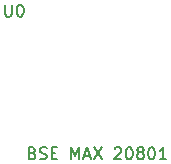
<source format=gto>
%TF.GenerationSoftware,KiCad,Pcbnew,(5.1.10)-1*%
%TF.CreationDate,2021-11-11T19:08:29-05:00*%
%TF.ProjectId,MPPT Chip,4d505054-2043-4686-9970-2e6b69636164,v01*%
%TF.SameCoordinates,Original*%
%TF.FileFunction,Legend,Top*%
%TF.FilePolarity,Positive*%
%FSLAX46Y46*%
G04 Gerber Fmt 4.6, Leading zero omitted, Abs format (unit mm)*
G04 Created by KiCad (PCBNEW (5.1.10)-1) date 2021-11-11 19:08:29*
%MOMM*%
%LPD*%
G01*
G04 APERTURE LIST*
%ADD10C,0.150000*%
G04 APERTURE END LIST*
D10*
X78023809Y-103428571D02*
X78166666Y-103476190D01*
X78214285Y-103523809D01*
X78261904Y-103619047D01*
X78261904Y-103761904D01*
X78214285Y-103857142D01*
X78166666Y-103904761D01*
X78071428Y-103952380D01*
X77690476Y-103952380D01*
X77690476Y-102952380D01*
X78023809Y-102952380D01*
X78119047Y-103000000D01*
X78166666Y-103047619D01*
X78214285Y-103142857D01*
X78214285Y-103238095D01*
X78166666Y-103333333D01*
X78119047Y-103380952D01*
X78023809Y-103428571D01*
X77690476Y-103428571D01*
X78642857Y-103904761D02*
X78785714Y-103952380D01*
X79023809Y-103952380D01*
X79119047Y-103904761D01*
X79166666Y-103857142D01*
X79214285Y-103761904D01*
X79214285Y-103666666D01*
X79166666Y-103571428D01*
X79119047Y-103523809D01*
X79023809Y-103476190D01*
X78833333Y-103428571D01*
X78738095Y-103380952D01*
X78690476Y-103333333D01*
X78642857Y-103238095D01*
X78642857Y-103142857D01*
X78690476Y-103047619D01*
X78738095Y-103000000D01*
X78833333Y-102952380D01*
X79071428Y-102952380D01*
X79214285Y-103000000D01*
X79642857Y-103428571D02*
X79976190Y-103428571D01*
X80119047Y-103952380D02*
X79642857Y-103952380D01*
X79642857Y-102952380D01*
X80119047Y-102952380D01*
X81309523Y-103952380D02*
X81309523Y-102952380D01*
X81642857Y-103666666D01*
X81976190Y-102952380D01*
X81976190Y-103952380D01*
X82404761Y-103666666D02*
X82880952Y-103666666D01*
X82309523Y-103952380D02*
X82642857Y-102952380D01*
X82976190Y-103952380D01*
X83214285Y-102952380D02*
X83880952Y-103952380D01*
X83880952Y-102952380D02*
X83214285Y-103952380D01*
X84976190Y-103047619D02*
X85023809Y-103000000D01*
X85119047Y-102952380D01*
X85357142Y-102952380D01*
X85452380Y-103000000D01*
X85500000Y-103047619D01*
X85547619Y-103142857D01*
X85547619Y-103238095D01*
X85500000Y-103380952D01*
X84928571Y-103952380D01*
X85547619Y-103952380D01*
X86166666Y-102952380D02*
X86261904Y-102952380D01*
X86357142Y-103000000D01*
X86404761Y-103047619D01*
X86452380Y-103142857D01*
X86500000Y-103333333D01*
X86500000Y-103571428D01*
X86452380Y-103761904D01*
X86404761Y-103857142D01*
X86357142Y-103904761D01*
X86261904Y-103952380D01*
X86166666Y-103952380D01*
X86071428Y-103904761D01*
X86023809Y-103857142D01*
X85976190Y-103761904D01*
X85928571Y-103571428D01*
X85928571Y-103333333D01*
X85976190Y-103142857D01*
X86023809Y-103047619D01*
X86071428Y-103000000D01*
X86166666Y-102952380D01*
X87071428Y-103380952D02*
X86976190Y-103333333D01*
X86928571Y-103285714D01*
X86880952Y-103190476D01*
X86880952Y-103142857D01*
X86928571Y-103047619D01*
X86976190Y-103000000D01*
X87071428Y-102952380D01*
X87261904Y-102952380D01*
X87357142Y-103000000D01*
X87404761Y-103047619D01*
X87452380Y-103142857D01*
X87452380Y-103190476D01*
X87404761Y-103285714D01*
X87357142Y-103333333D01*
X87261904Y-103380952D01*
X87071428Y-103380952D01*
X86976190Y-103428571D01*
X86928571Y-103476190D01*
X86880952Y-103571428D01*
X86880952Y-103761904D01*
X86928571Y-103857142D01*
X86976190Y-103904761D01*
X87071428Y-103952380D01*
X87261904Y-103952380D01*
X87357142Y-103904761D01*
X87404761Y-103857142D01*
X87452380Y-103761904D01*
X87452380Y-103571428D01*
X87404761Y-103476190D01*
X87357142Y-103428571D01*
X87261904Y-103380952D01*
X88071428Y-102952380D02*
X88166666Y-102952380D01*
X88261904Y-103000000D01*
X88309523Y-103047619D01*
X88357142Y-103142857D01*
X88404761Y-103333333D01*
X88404761Y-103571428D01*
X88357142Y-103761904D01*
X88309523Y-103857142D01*
X88261904Y-103904761D01*
X88166666Y-103952380D01*
X88071428Y-103952380D01*
X87976190Y-103904761D01*
X87928571Y-103857142D01*
X87880952Y-103761904D01*
X87833333Y-103571428D01*
X87833333Y-103333333D01*
X87880952Y-103142857D01*
X87928571Y-103047619D01*
X87976190Y-103000000D01*
X88071428Y-102952380D01*
X89357142Y-103952380D02*
X88785714Y-103952380D01*
X89071428Y-103952380D02*
X89071428Y-102952380D01*
X88976190Y-103095238D01*
X88880952Y-103190476D01*
X88785714Y-103238095D01*
%TO.C,U0*%
X75698095Y-90872380D02*
X75698095Y-91681904D01*
X75745714Y-91777142D01*
X75793333Y-91824761D01*
X75888571Y-91872380D01*
X76079047Y-91872380D01*
X76174285Y-91824761D01*
X76221904Y-91777142D01*
X76269523Y-91681904D01*
X76269523Y-90872380D01*
X76936190Y-90872380D02*
X77031428Y-90872380D01*
X77126666Y-90920000D01*
X77174285Y-90967619D01*
X77221904Y-91062857D01*
X77269523Y-91253333D01*
X77269523Y-91491428D01*
X77221904Y-91681904D01*
X77174285Y-91777142D01*
X77126666Y-91824761D01*
X77031428Y-91872380D01*
X76936190Y-91872380D01*
X76840952Y-91824761D01*
X76793333Y-91777142D01*
X76745714Y-91681904D01*
X76698095Y-91491428D01*
X76698095Y-91253333D01*
X76745714Y-91062857D01*
X76793333Y-90967619D01*
X76840952Y-90920000D01*
X76936190Y-90872380D01*
%TD*%
M02*

</source>
